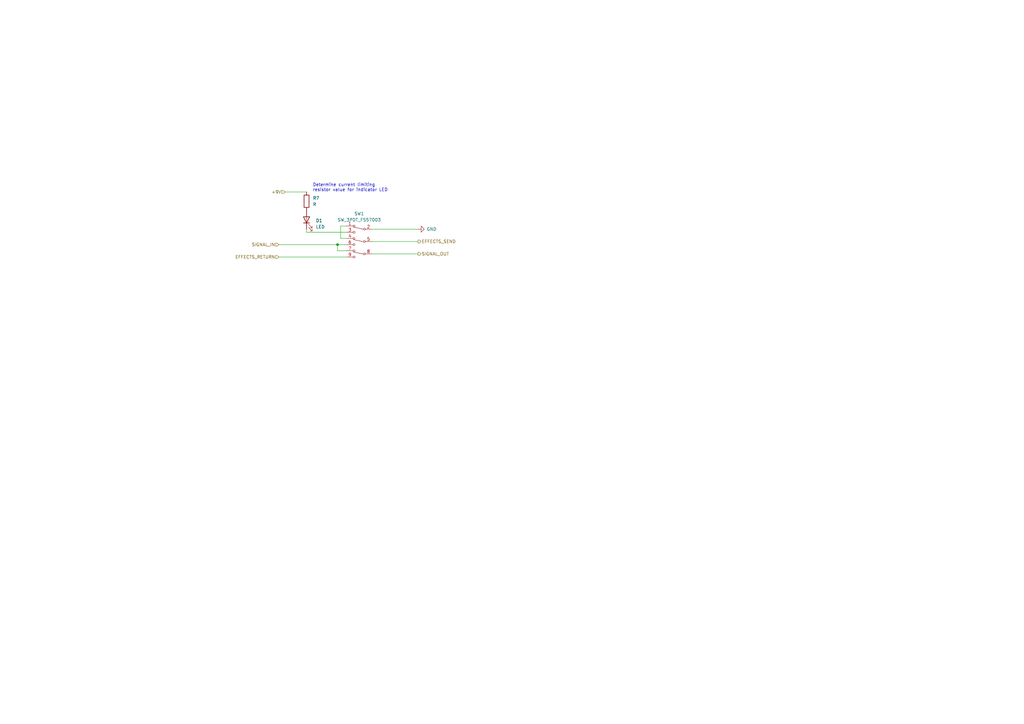
<source format=kicad_sch>
(kicad_sch (version 20211123) (generator eeschema)
  (paper "A3")
  (title_block (title "Power & Bypass Switching") (date "2024-11-06") (rev "V0.1"))
  (lib_symbols
    (symbol "Device:LED" (pin_numbers hide) (pin_names (offset 1.016) hide)
      (property "Reference" "D" (at 0 2.54 0))
      (property "Value" "LED" (at 0 -2.54 0))
      (symbol "LED_0_1"
        (polyline (pts (xy -1.27 -1.27) (xy -1.27 1.27)) (stroke (width 0.254)))
        (polyline (pts (xy -1.27 0) (xy 1.27 0)))
        (polyline (pts (xy 1.27 -1.27) (xy 1.27 1.27) (xy -1.27 0) (xy 1.27 -1.27)) (stroke (width 0.254)))
        (polyline (pts (xy -3.048 -0.762) (xy -4.572 -2.286) (xy -3.81 -2.286) (xy -4.572 -2.286) (xy -4.572 -1.524)))
        (polyline (pts (xy -1.778 -0.762) (xy -3.302 -2.286) (xy -2.54 -2.286) (xy -3.302 -2.286) (xy -3.302 -1.524)))
      )
      (symbol "LED_1_1"
        (pin passive line (at -3.81 0 0) (length 2.54) (name "K") (number "1"))
        (pin passive line (at 3.81 0 180) (length 2.54) (name "A") (number "2"))
      )
    )
    (symbol "Device:R" (pin_numbers hide) (pin_names (offset 0))
      (property "Reference" "R" (at 2.032 0 90))
      (property "Value" "R" (at 0 0 90))
      (symbol "R_0_1"
        (rectangle (start -1.016 -2.54) (end 1.016 2.54) (stroke (width 0.254)))
      )
      (symbol "R_1_1"
        (pin passive line (at 0 3.81 270) (length 1.27) (name "~") (number "1"))
        (pin passive line (at 0 -3.81 90) (length 1.27) (name "~") (number "2"))
      )
    )
    (symbol "power:GND" (power) (pin_names (offset 0))
      (property "Value" "GND" (at 0 -3.81 0))
      (symbol "GND_0_1"
        (polyline (pts (xy 0 0) (xy 0 -1.27) (xy 1.27 -1.27) (xy 0 -2.54) (xy -1.27 -1.27) (xy 0 -1.27)))
      )
      (symbol "GND_1_1"
        (pin power_in line (at 0 0 270) (length 0) hide (name "GND") (number "1"))
      )
    )
    (symbol "project_library:SW_3PDT_FS57003" (pin_names hide)
      (property "Reference" "SW" (at 0 8.89 0))
      (property "Value" "SW_3PDT_FS57003" (at 0 -8.89 0))
      (symbol "SW_3PDT_FS57003_0_1"
        (circle (center -2.1336 -5.08) (radius 0.3968))
        (circle (center -2.1336 0) (radius 0.3968))
        (circle (center -2.1336 5.08) (radius 0.3968))
        (polyline (pts (xy 2.286 5.8928) (xy -1.6764 5.08)))
        (polyline (pts (xy 2.3368 -4.318) (xy -1.6256 -5.1308)))
        (polyline (pts (xy 2.3368 0.762) (xy -1.6256 -0.0508)))
        (circle (center 2.0828 -6.35) (radius 0.3968))
        (circle (center 2.0828 3.81) (radius 0.3968))
        (circle (center 2.0828 6.35) (radius 0.3968))
        (circle (center 2.1336 -3.81) (radius 0.3968))
        (circle (center 2.1336 -1.27) (radius 0.3968))
        (circle (center 2.1336 1.27) (radius 0.3968))
      )
      (symbol "SW_3PDT_FS57003_1_1"
        (pin passive line (at 5.08 6.35 180) (length 2.54) (name "1") (number "1"))
        (pin passive line (at -5.08 5.08 0) (length 2.54) (name "2") (number "2"))
        (pin passive line (at 5.08 3.81 180) (length 2.54) (name "3") (number "3"))
        (pin passive line (at 5.08 1.27 180) (length 2.54) (name "4") (number "4"))
        (pin passive line (at -5.08 0 0) (length 2.54) (name "5") (number "5"))
        (pin passive line (at 5.08 -1.27 180) (length 2.54) (name "6") (number "6"))
        (pin passive line (at 5.08 -3.81 180) (length 2.54) (name "7") (number "7"))
        (pin passive line (at -5.08 -5.08 0) (length 2.54) (name "8") (number "8"))
        (pin passive line (at 5.08 -6.35 180) (length 2.54) (name "9") (number "9"))
      )
    )
  )
  (junction (at 138.43 100.33))
  (wire (pts (xy 142.24 97.79) (xy 139.7 97.79)))
  (wire (pts (xy 139.7 97.79) (xy 139.7 92.71)))
  (wire (pts (xy 116.84 78.74) (xy 125.73 78.74)))
  (wire (pts (xy 125.73 95.25) (xy 125.73 93.98)))
  (wire (pts (xy 152.4 104.14) (xy 171.45 104.14)))
  (wire (pts (xy 138.43 100.33) (xy 142.24 100.33)))
  (wire (pts (xy 114.3 100.33) (xy 138.43 100.33)))
  (wire (pts (xy 114.3 105.41) (xy 142.24 105.41)))
  (wire (pts (xy 152.4 93.98) (xy 171.45 93.98)))
  (wire (pts (xy 139.7 92.71) (xy 142.24 92.71)))
  (wire (pts (xy 138.43 100.33) (xy 138.43 102.87)))
  (wire (pts (xy 138.43 102.87) (xy 142.24 102.87)))
  (wire (pts (xy 152.4 99.06) (xy 171.45 99.06)))
  (wire (pts (xy 125.73 95.25) (xy 142.24 95.25)))
  (text "Determine current limiting\nresistor value for indicator LED\n" (at 128.27 78.74 0) (effects (font (size 1.27 1.27)) (justify left bottom)))
  (hierarchical_label "SIGNAL_IN" (shape input) (at 114.3 100.33 180))
  (hierarchical_label "EFFECTS_SEND" (shape output) (at 171.45 99.06 0))
  (hierarchical_label "EFFECTS_RETURN" (shape input) (at 114.3 105.41 180))
  (hierarchical_label "SIGNAL_OUT" (shape output) (at 171.45 104.14 0))
  (hierarchical_label "+9V" (shape input) (at 116.84 78.74 180))
  (symbol (lib_id "project_library:SW_3PDT_FS57003") (at 147.32 99.06 0) (mirror y) (unit 1)
    (property "Reference" "SW1" (at 147.32 87.63 0))
    (property "Value" "SW_3PDT_FS57003" (at 147.32 90.17 0))
    (property "Footprint" "project_library:SW_3PDT_FS57003" (effects hide))
    (property "Datasheet" "https://au.mouser.com/datasheet/2/140/FS57003PLT2B2M1QEH-3452887.pdf" (effects hide))
  )
  (symbol (lib_id "Device:R") (at 125.73 82.55 180) (unit 1)
    (property "Reference" "R7" (at 128.27 81.2799 0) (effects (justify right)))
    (property "Value" "R" (at 128.27 83.8199 0) (effects (justify right)))
  )
  (symbol (lib_id "power:GND") (at 171.45 93.98 90) (unit 1)
    (property "Reference" "#PWR04" (effects hide))
    (property "Value" "GND" (at 179.07 93.98 90) (effects (justify left)))
  )
  (symbol (lib_id "Device:LED") (at 125.73 90.17 90) (unit 1)
    (property "Reference" "D1" (at 129.54 90.4874 90) (effects (justify right)))
    (property "Value" "LED" (at 129.54 93.0274 90) (effects (justify right)))
  )
)
</source>
